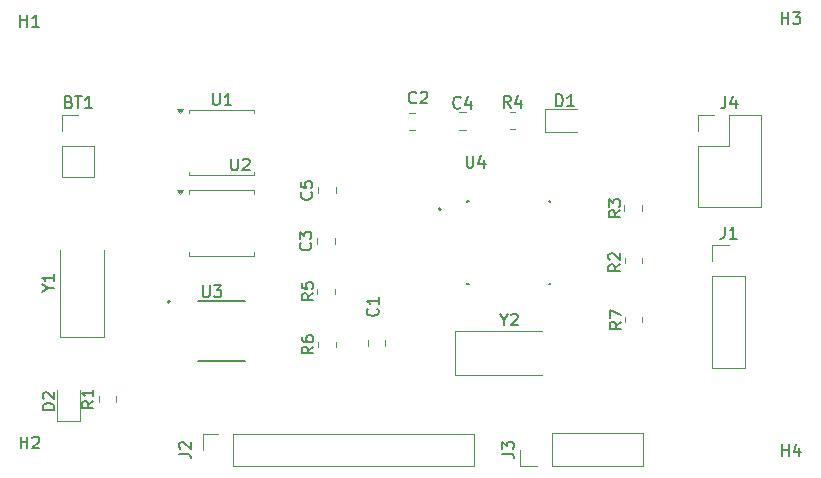
<source format=gbr>
%TF.GenerationSoftware,KiCad,Pcbnew,9.0.2*%
%TF.CreationDate,2025-06-26T23:30:40+05:30*%
%TF.ProjectId,MCU data logger,4d435520-6461-4746-9120-6c6f67676572,VERSION 1*%
%TF.SameCoordinates,Original*%
%TF.FileFunction,Legend,Top*%
%TF.FilePolarity,Positive*%
%FSLAX46Y46*%
G04 Gerber Fmt 4.6, Leading zero omitted, Abs format (unit mm)*
G04 Created by KiCad (PCBNEW 9.0.2) date 2025-06-26 23:30:40*
%MOMM*%
%LPD*%
G01*
G04 APERTURE LIST*
%ADD10C,0.150000*%
%ADD11C,0.120000*%
%ADD12C,0.127000*%
%ADD13C,0.200000*%
G04 APERTURE END LIST*
D10*
X109764819Y-75425594D02*
X108764819Y-75425594D01*
X108764819Y-75425594D02*
X108764819Y-75187499D01*
X108764819Y-75187499D02*
X108812438Y-75044642D01*
X108812438Y-75044642D02*
X108907676Y-74949404D01*
X108907676Y-74949404D02*
X109002914Y-74901785D01*
X109002914Y-74901785D02*
X109193390Y-74854166D01*
X109193390Y-74854166D02*
X109336247Y-74854166D01*
X109336247Y-74854166D02*
X109526723Y-74901785D01*
X109526723Y-74901785D02*
X109621961Y-74949404D01*
X109621961Y-74949404D02*
X109717200Y-75044642D01*
X109717200Y-75044642D02*
X109764819Y-75187499D01*
X109764819Y-75187499D02*
X109764819Y-75425594D01*
X108860057Y-74473213D02*
X108812438Y-74425594D01*
X108812438Y-74425594D02*
X108764819Y-74330356D01*
X108764819Y-74330356D02*
X108764819Y-74092261D01*
X108764819Y-74092261D02*
X108812438Y-73997023D01*
X108812438Y-73997023D02*
X108860057Y-73949404D01*
X108860057Y-73949404D02*
X108955295Y-73901785D01*
X108955295Y-73901785D02*
X109050533Y-73901785D01*
X109050533Y-73901785D02*
X109193390Y-73949404D01*
X109193390Y-73949404D02*
X109764819Y-74520832D01*
X109764819Y-74520832D02*
X109764819Y-73901785D01*
X123178095Y-48594819D02*
X123178095Y-49404342D01*
X123178095Y-49404342D02*
X123225714Y-49499580D01*
X123225714Y-49499580D02*
X123273333Y-49547200D01*
X123273333Y-49547200D02*
X123368571Y-49594819D01*
X123368571Y-49594819D02*
X123559047Y-49594819D01*
X123559047Y-49594819D02*
X123654285Y-49547200D01*
X123654285Y-49547200D02*
X123701904Y-49499580D01*
X123701904Y-49499580D02*
X123749523Y-49404342D01*
X123749523Y-49404342D02*
X123749523Y-48594819D01*
X124749523Y-49594819D02*
X124178095Y-49594819D01*
X124463809Y-49594819D02*
X124463809Y-48594819D01*
X124463809Y-48594819D02*
X124368571Y-48737676D01*
X124368571Y-48737676D02*
X124273333Y-48832914D01*
X124273333Y-48832914D02*
X124178095Y-48880533D01*
X122326195Y-64864819D02*
X122326195Y-65674342D01*
X122326195Y-65674342D02*
X122373814Y-65769580D01*
X122373814Y-65769580D02*
X122421433Y-65817200D01*
X122421433Y-65817200D02*
X122516671Y-65864819D01*
X122516671Y-65864819D02*
X122707147Y-65864819D01*
X122707147Y-65864819D02*
X122802385Y-65817200D01*
X122802385Y-65817200D02*
X122850004Y-65769580D01*
X122850004Y-65769580D02*
X122897623Y-65674342D01*
X122897623Y-65674342D02*
X122897623Y-64864819D01*
X123278576Y-64864819D02*
X123897623Y-64864819D01*
X123897623Y-64864819D02*
X123564290Y-65245771D01*
X123564290Y-65245771D02*
X123707147Y-65245771D01*
X123707147Y-65245771D02*
X123802385Y-65293390D01*
X123802385Y-65293390D02*
X123850004Y-65341009D01*
X123850004Y-65341009D02*
X123897623Y-65436247D01*
X123897623Y-65436247D02*
X123897623Y-65674342D01*
X123897623Y-65674342D02*
X123850004Y-65769580D01*
X123850004Y-65769580D02*
X123802385Y-65817200D01*
X123802385Y-65817200D02*
X123707147Y-65864819D01*
X123707147Y-65864819D02*
X123421433Y-65864819D01*
X123421433Y-65864819D02*
X123326195Y-65817200D01*
X123326195Y-65817200D02*
X123278576Y-65769580D01*
X124718095Y-54134819D02*
X124718095Y-54944342D01*
X124718095Y-54944342D02*
X124765714Y-55039580D01*
X124765714Y-55039580D02*
X124813333Y-55087200D01*
X124813333Y-55087200D02*
X124908571Y-55134819D01*
X124908571Y-55134819D02*
X125099047Y-55134819D01*
X125099047Y-55134819D02*
X125194285Y-55087200D01*
X125194285Y-55087200D02*
X125241904Y-55039580D01*
X125241904Y-55039580D02*
X125289523Y-54944342D01*
X125289523Y-54944342D02*
X125289523Y-54134819D01*
X125718095Y-54230057D02*
X125765714Y-54182438D01*
X125765714Y-54182438D02*
X125860952Y-54134819D01*
X125860952Y-54134819D02*
X126099047Y-54134819D01*
X126099047Y-54134819D02*
X126194285Y-54182438D01*
X126194285Y-54182438D02*
X126241904Y-54230057D01*
X126241904Y-54230057D02*
X126289523Y-54325295D01*
X126289523Y-54325295D02*
X126289523Y-54420533D01*
X126289523Y-54420533D02*
X126241904Y-54563390D01*
X126241904Y-54563390D02*
X125670476Y-55134819D01*
X125670476Y-55134819D02*
X126289523Y-55134819D01*
X147674819Y-79103333D02*
X148389104Y-79103333D01*
X148389104Y-79103333D02*
X148531961Y-79150952D01*
X148531961Y-79150952D02*
X148627200Y-79246190D01*
X148627200Y-79246190D02*
X148674819Y-79389047D01*
X148674819Y-79389047D02*
X148674819Y-79484285D01*
X147674819Y-78722380D02*
X147674819Y-78103333D01*
X147674819Y-78103333D02*
X148055771Y-78436666D01*
X148055771Y-78436666D02*
X148055771Y-78293809D01*
X148055771Y-78293809D02*
X148103390Y-78198571D01*
X148103390Y-78198571D02*
X148151009Y-78150952D01*
X148151009Y-78150952D02*
X148246247Y-78103333D01*
X148246247Y-78103333D02*
X148484342Y-78103333D01*
X148484342Y-78103333D02*
X148579580Y-78150952D01*
X148579580Y-78150952D02*
X148627200Y-78198571D01*
X148627200Y-78198571D02*
X148674819Y-78293809D01*
X148674819Y-78293809D02*
X148674819Y-78579523D01*
X148674819Y-78579523D02*
X148627200Y-78674761D01*
X148627200Y-78674761D02*
X148579580Y-78722380D01*
X137109580Y-66829166D02*
X137157200Y-66876785D01*
X137157200Y-66876785D02*
X137204819Y-67019642D01*
X137204819Y-67019642D02*
X137204819Y-67114880D01*
X137204819Y-67114880D02*
X137157200Y-67257737D01*
X137157200Y-67257737D02*
X137061961Y-67352975D01*
X137061961Y-67352975D02*
X136966723Y-67400594D01*
X136966723Y-67400594D02*
X136776247Y-67448213D01*
X136776247Y-67448213D02*
X136633390Y-67448213D01*
X136633390Y-67448213D02*
X136442914Y-67400594D01*
X136442914Y-67400594D02*
X136347676Y-67352975D01*
X136347676Y-67352975D02*
X136252438Y-67257737D01*
X136252438Y-67257737D02*
X136204819Y-67114880D01*
X136204819Y-67114880D02*
X136204819Y-67019642D01*
X136204819Y-67019642D02*
X136252438Y-66876785D01*
X136252438Y-66876785D02*
X136300057Y-66829166D01*
X137204819Y-65876785D02*
X137204819Y-66448213D01*
X137204819Y-66162499D02*
X136204819Y-66162499D01*
X136204819Y-66162499D02*
X136347676Y-66257737D01*
X136347676Y-66257737D02*
X136442914Y-66352975D01*
X136442914Y-66352975D02*
X136490533Y-66448213D01*
X171348095Y-79314819D02*
X171348095Y-78314819D01*
X171348095Y-78791009D02*
X171919523Y-78791009D01*
X171919523Y-79314819D02*
X171919523Y-78314819D01*
X172824285Y-78648152D02*
X172824285Y-79314819D01*
X172586190Y-78267200D02*
X172348095Y-78981485D01*
X172348095Y-78981485D02*
X172967142Y-78981485D01*
X157685819Y-58526266D02*
X157209628Y-58859599D01*
X157685819Y-59097694D02*
X156685819Y-59097694D01*
X156685819Y-59097694D02*
X156685819Y-58716742D01*
X156685819Y-58716742D02*
X156733438Y-58621504D01*
X156733438Y-58621504D02*
X156781057Y-58573885D01*
X156781057Y-58573885D02*
X156876295Y-58526266D01*
X156876295Y-58526266D02*
X157019152Y-58526266D01*
X157019152Y-58526266D02*
X157114390Y-58573885D01*
X157114390Y-58573885D02*
X157162009Y-58621504D01*
X157162009Y-58621504D02*
X157209628Y-58716742D01*
X157209628Y-58716742D02*
X157209628Y-59097694D01*
X156685819Y-58192932D02*
X156685819Y-57573885D01*
X156685819Y-57573885D02*
X157066771Y-57907218D01*
X157066771Y-57907218D02*
X157066771Y-57764361D01*
X157066771Y-57764361D02*
X157114390Y-57669123D01*
X157114390Y-57669123D02*
X157162009Y-57621504D01*
X157162009Y-57621504D02*
X157257247Y-57573885D01*
X157257247Y-57573885D02*
X157495342Y-57573885D01*
X157495342Y-57573885D02*
X157590580Y-57621504D01*
X157590580Y-57621504D02*
X157638200Y-57669123D01*
X157638200Y-57669123D02*
X157685819Y-57764361D01*
X157685819Y-57764361D02*
X157685819Y-58050075D01*
X157685819Y-58050075D02*
X157638200Y-58145313D01*
X157638200Y-58145313D02*
X157590580Y-58192932D01*
X113066819Y-74653266D02*
X112590628Y-74986599D01*
X113066819Y-75224694D02*
X112066819Y-75224694D01*
X112066819Y-75224694D02*
X112066819Y-74843742D01*
X112066819Y-74843742D02*
X112114438Y-74748504D01*
X112114438Y-74748504D02*
X112162057Y-74700885D01*
X112162057Y-74700885D02*
X112257295Y-74653266D01*
X112257295Y-74653266D02*
X112400152Y-74653266D01*
X112400152Y-74653266D02*
X112495390Y-74700885D01*
X112495390Y-74700885D02*
X112543009Y-74748504D01*
X112543009Y-74748504D02*
X112590628Y-74843742D01*
X112590628Y-74843742D02*
X112590628Y-75224694D01*
X113066819Y-73700885D02*
X113066819Y-74272313D01*
X113066819Y-73986599D02*
X112066819Y-73986599D01*
X112066819Y-73986599D02*
X112209676Y-74081837D01*
X112209676Y-74081837D02*
X112304914Y-74177075D01*
X112304914Y-74177075D02*
X112352533Y-74272313D01*
X171328095Y-42724819D02*
X171328095Y-41724819D01*
X171328095Y-42201009D02*
X171899523Y-42201009D01*
X171899523Y-42724819D02*
X171899523Y-41724819D01*
X172280476Y-41724819D02*
X172899523Y-41724819D01*
X172899523Y-41724819D02*
X172566190Y-42105771D01*
X172566190Y-42105771D02*
X172709047Y-42105771D01*
X172709047Y-42105771D02*
X172804285Y-42153390D01*
X172804285Y-42153390D02*
X172851904Y-42201009D01*
X172851904Y-42201009D02*
X172899523Y-42296247D01*
X172899523Y-42296247D02*
X172899523Y-42534342D01*
X172899523Y-42534342D02*
X172851904Y-42629580D01*
X172851904Y-42629580D02*
X172804285Y-42677200D01*
X172804285Y-42677200D02*
X172709047Y-42724819D01*
X172709047Y-42724819D02*
X172423333Y-42724819D01*
X172423333Y-42724819D02*
X172328095Y-42677200D01*
X172328095Y-42677200D02*
X172280476Y-42629580D01*
X106888095Y-42954819D02*
X106888095Y-41954819D01*
X106888095Y-42431009D02*
X107459523Y-42431009D01*
X107459523Y-42954819D02*
X107459523Y-41954819D01*
X108459523Y-42954819D02*
X107888095Y-42954819D01*
X108173809Y-42954819D02*
X108173809Y-41954819D01*
X108173809Y-41954819D02*
X108078571Y-42097676D01*
X108078571Y-42097676D02*
X107983333Y-42192914D01*
X107983333Y-42192914D02*
X107888095Y-42240533D01*
X157671619Y-63088666D02*
X157195428Y-63421999D01*
X157671619Y-63660094D02*
X156671619Y-63660094D01*
X156671619Y-63660094D02*
X156671619Y-63279142D01*
X156671619Y-63279142D02*
X156719238Y-63183904D01*
X156719238Y-63183904D02*
X156766857Y-63136285D01*
X156766857Y-63136285D02*
X156862095Y-63088666D01*
X156862095Y-63088666D02*
X157004952Y-63088666D01*
X157004952Y-63088666D02*
X157100190Y-63136285D01*
X157100190Y-63136285D02*
X157147809Y-63183904D01*
X157147809Y-63183904D02*
X157195428Y-63279142D01*
X157195428Y-63279142D02*
X157195428Y-63660094D01*
X156766857Y-62707713D02*
X156719238Y-62660094D01*
X156719238Y-62660094D02*
X156671619Y-62564856D01*
X156671619Y-62564856D02*
X156671619Y-62326761D01*
X156671619Y-62326761D02*
X156719238Y-62231523D01*
X156719238Y-62231523D02*
X156766857Y-62183904D01*
X156766857Y-62183904D02*
X156862095Y-62136285D01*
X156862095Y-62136285D02*
X156957333Y-62136285D01*
X156957333Y-62136285D02*
X157100190Y-62183904D01*
X157100190Y-62183904D02*
X157671619Y-62755332D01*
X157671619Y-62755332D02*
X157671619Y-62136285D01*
X166566666Y-48864819D02*
X166566666Y-49579104D01*
X166566666Y-49579104D02*
X166519047Y-49721961D01*
X166519047Y-49721961D02*
X166423809Y-49817200D01*
X166423809Y-49817200D02*
X166280952Y-49864819D01*
X166280952Y-49864819D02*
X166185714Y-49864819D01*
X167471428Y-49198152D02*
X167471428Y-49864819D01*
X167233333Y-48817200D02*
X166995238Y-49531485D01*
X166995238Y-49531485D02*
X167614285Y-49531485D01*
X148385833Y-49815619D02*
X148052500Y-49339428D01*
X147814405Y-49815619D02*
X147814405Y-48815619D01*
X147814405Y-48815619D02*
X148195357Y-48815619D01*
X148195357Y-48815619D02*
X148290595Y-48863238D01*
X148290595Y-48863238D02*
X148338214Y-48910857D01*
X148338214Y-48910857D02*
X148385833Y-49006095D01*
X148385833Y-49006095D02*
X148385833Y-49148952D01*
X148385833Y-49148952D02*
X148338214Y-49244190D01*
X148338214Y-49244190D02*
X148290595Y-49291809D01*
X148290595Y-49291809D02*
X148195357Y-49339428D01*
X148195357Y-49339428D02*
X147814405Y-49339428D01*
X149242976Y-49148952D02*
X149242976Y-49815619D01*
X149004881Y-48768000D02*
X148766786Y-49482285D01*
X148766786Y-49482285D02*
X149385833Y-49482285D01*
X140399033Y-49363980D02*
X140351414Y-49411600D01*
X140351414Y-49411600D02*
X140208557Y-49459219D01*
X140208557Y-49459219D02*
X140113319Y-49459219D01*
X140113319Y-49459219D02*
X139970462Y-49411600D01*
X139970462Y-49411600D02*
X139875224Y-49316361D01*
X139875224Y-49316361D02*
X139827605Y-49221123D01*
X139827605Y-49221123D02*
X139779986Y-49030647D01*
X139779986Y-49030647D02*
X139779986Y-48887790D01*
X139779986Y-48887790D02*
X139827605Y-48697314D01*
X139827605Y-48697314D02*
X139875224Y-48602076D01*
X139875224Y-48602076D02*
X139970462Y-48506838D01*
X139970462Y-48506838D02*
X140113319Y-48459219D01*
X140113319Y-48459219D02*
X140208557Y-48459219D01*
X140208557Y-48459219D02*
X140351414Y-48506838D01*
X140351414Y-48506838D02*
X140399033Y-48554457D01*
X140779986Y-48554457D02*
X140827605Y-48506838D01*
X140827605Y-48506838D02*
X140922843Y-48459219D01*
X140922843Y-48459219D02*
X141160938Y-48459219D01*
X141160938Y-48459219D02*
X141256176Y-48506838D01*
X141256176Y-48506838D02*
X141303795Y-48554457D01*
X141303795Y-48554457D02*
X141351414Y-48649695D01*
X141351414Y-48649695D02*
X141351414Y-48744933D01*
X141351414Y-48744933D02*
X141303795Y-48887790D01*
X141303795Y-48887790D02*
X140732367Y-49459219D01*
X140732367Y-49459219D02*
X141351414Y-49459219D01*
X131509580Y-56976666D02*
X131557200Y-57024285D01*
X131557200Y-57024285D02*
X131604819Y-57167142D01*
X131604819Y-57167142D02*
X131604819Y-57262380D01*
X131604819Y-57262380D02*
X131557200Y-57405237D01*
X131557200Y-57405237D02*
X131461961Y-57500475D01*
X131461961Y-57500475D02*
X131366723Y-57548094D01*
X131366723Y-57548094D02*
X131176247Y-57595713D01*
X131176247Y-57595713D02*
X131033390Y-57595713D01*
X131033390Y-57595713D02*
X130842914Y-57548094D01*
X130842914Y-57548094D02*
X130747676Y-57500475D01*
X130747676Y-57500475D02*
X130652438Y-57405237D01*
X130652438Y-57405237D02*
X130604819Y-57262380D01*
X130604819Y-57262380D02*
X130604819Y-57167142D01*
X130604819Y-57167142D02*
X130652438Y-57024285D01*
X130652438Y-57024285D02*
X130700057Y-56976666D01*
X130604819Y-56071904D02*
X130604819Y-56548094D01*
X130604819Y-56548094D02*
X131081009Y-56595713D01*
X131081009Y-56595713D02*
X131033390Y-56548094D01*
X131033390Y-56548094D02*
X130985771Y-56452856D01*
X130985771Y-56452856D02*
X130985771Y-56214761D01*
X130985771Y-56214761D02*
X131033390Y-56119523D01*
X131033390Y-56119523D02*
X131081009Y-56071904D01*
X131081009Y-56071904D02*
X131176247Y-56024285D01*
X131176247Y-56024285D02*
X131414342Y-56024285D01*
X131414342Y-56024285D02*
X131509580Y-56071904D01*
X131509580Y-56071904D02*
X131557200Y-56119523D01*
X131557200Y-56119523D02*
X131604819Y-56214761D01*
X131604819Y-56214761D02*
X131604819Y-56452856D01*
X131604819Y-56452856D02*
X131557200Y-56548094D01*
X131557200Y-56548094D02*
X131509580Y-56595713D01*
X131429580Y-61266666D02*
X131477200Y-61314285D01*
X131477200Y-61314285D02*
X131524819Y-61457142D01*
X131524819Y-61457142D02*
X131524819Y-61552380D01*
X131524819Y-61552380D02*
X131477200Y-61695237D01*
X131477200Y-61695237D02*
X131381961Y-61790475D01*
X131381961Y-61790475D02*
X131286723Y-61838094D01*
X131286723Y-61838094D02*
X131096247Y-61885713D01*
X131096247Y-61885713D02*
X130953390Y-61885713D01*
X130953390Y-61885713D02*
X130762914Y-61838094D01*
X130762914Y-61838094D02*
X130667676Y-61790475D01*
X130667676Y-61790475D02*
X130572438Y-61695237D01*
X130572438Y-61695237D02*
X130524819Y-61552380D01*
X130524819Y-61552380D02*
X130524819Y-61457142D01*
X130524819Y-61457142D02*
X130572438Y-61314285D01*
X130572438Y-61314285D02*
X130620057Y-61266666D01*
X130524819Y-60933332D02*
X130524819Y-60314285D01*
X130524819Y-60314285D02*
X130905771Y-60647618D01*
X130905771Y-60647618D02*
X130905771Y-60504761D01*
X130905771Y-60504761D02*
X130953390Y-60409523D01*
X130953390Y-60409523D02*
X131001009Y-60361904D01*
X131001009Y-60361904D02*
X131096247Y-60314285D01*
X131096247Y-60314285D02*
X131334342Y-60314285D01*
X131334342Y-60314285D02*
X131429580Y-60361904D01*
X131429580Y-60361904D02*
X131477200Y-60409523D01*
X131477200Y-60409523D02*
X131524819Y-60504761D01*
X131524819Y-60504761D02*
X131524819Y-60790475D01*
X131524819Y-60790475D02*
X131477200Y-60885713D01*
X131477200Y-60885713D02*
X131429580Y-60933332D01*
X157768619Y-67946666D02*
X157292428Y-68279999D01*
X157768619Y-68518094D02*
X156768619Y-68518094D01*
X156768619Y-68518094D02*
X156768619Y-68137142D01*
X156768619Y-68137142D02*
X156816238Y-68041904D01*
X156816238Y-68041904D02*
X156863857Y-67994285D01*
X156863857Y-67994285D02*
X156959095Y-67946666D01*
X156959095Y-67946666D02*
X157101952Y-67946666D01*
X157101952Y-67946666D02*
X157197190Y-67994285D01*
X157197190Y-67994285D02*
X157244809Y-68041904D01*
X157244809Y-68041904D02*
X157292428Y-68137142D01*
X157292428Y-68137142D02*
X157292428Y-68518094D01*
X156768619Y-67613332D02*
X156768619Y-66946666D01*
X156768619Y-66946666D02*
X157768619Y-67375237D01*
X144663095Y-53894819D02*
X144663095Y-54704342D01*
X144663095Y-54704342D02*
X144710714Y-54799580D01*
X144710714Y-54799580D02*
X144758333Y-54847200D01*
X144758333Y-54847200D02*
X144853571Y-54894819D01*
X144853571Y-54894819D02*
X145044047Y-54894819D01*
X145044047Y-54894819D02*
X145139285Y-54847200D01*
X145139285Y-54847200D02*
X145186904Y-54799580D01*
X145186904Y-54799580D02*
X145234523Y-54704342D01*
X145234523Y-54704342D02*
X145234523Y-53894819D01*
X146139285Y-54228152D02*
X146139285Y-54894819D01*
X145901190Y-53847200D02*
X145663095Y-54561485D01*
X145663095Y-54561485D02*
X146282142Y-54561485D01*
X152231905Y-49704819D02*
X152231905Y-48704819D01*
X152231905Y-48704819D02*
X152470000Y-48704819D01*
X152470000Y-48704819D02*
X152612857Y-48752438D01*
X152612857Y-48752438D02*
X152708095Y-48847676D01*
X152708095Y-48847676D02*
X152755714Y-48942914D01*
X152755714Y-48942914D02*
X152803333Y-49133390D01*
X152803333Y-49133390D02*
X152803333Y-49276247D01*
X152803333Y-49276247D02*
X152755714Y-49466723D01*
X152755714Y-49466723D02*
X152708095Y-49561961D01*
X152708095Y-49561961D02*
X152612857Y-49657200D01*
X152612857Y-49657200D02*
X152470000Y-49704819D01*
X152470000Y-49704819D02*
X152231905Y-49704819D01*
X153755714Y-49704819D02*
X153184286Y-49704819D01*
X153470000Y-49704819D02*
X153470000Y-48704819D01*
X153470000Y-48704819D02*
X153374762Y-48847676D01*
X153374762Y-48847676D02*
X153279524Y-48942914D01*
X153279524Y-48942914D02*
X153184286Y-48990533D01*
X110984285Y-49336009D02*
X111127142Y-49383628D01*
X111127142Y-49383628D02*
X111174761Y-49431247D01*
X111174761Y-49431247D02*
X111222380Y-49526485D01*
X111222380Y-49526485D02*
X111222380Y-49669342D01*
X111222380Y-49669342D02*
X111174761Y-49764580D01*
X111174761Y-49764580D02*
X111127142Y-49812200D01*
X111127142Y-49812200D02*
X111031904Y-49859819D01*
X111031904Y-49859819D02*
X110650952Y-49859819D01*
X110650952Y-49859819D02*
X110650952Y-48859819D01*
X110650952Y-48859819D02*
X110984285Y-48859819D01*
X110984285Y-48859819D02*
X111079523Y-48907438D01*
X111079523Y-48907438D02*
X111127142Y-48955057D01*
X111127142Y-48955057D02*
X111174761Y-49050295D01*
X111174761Y-49050295D02*
X111174761Y-49145533D01*
X111174761Y-49145533D02*
X111127142Y-49240771D01*
X111127142Y-49240771D02*
X111079523Y-49288390D01*
X111079523Y-49288390D02*
X110984285Y-49336009D01*
X110984285Y-49336009D02*
X110650952Y-49336009D01*
X111508095Y-48859819D02*
X112079523Y-48859819D01*
X111793809Y-49859819D02*
X111793809Y-48859819D01*
X112936666Y-49859819D02*
X112365238Y-49859819D01*
X112650952Y-49859819D02*
X112650952Y-48859819D01*
X112650952Y-48859819D02*
X112555714Y-49002676D01*
X112555714Y-49002676D02*
X112460476Y-49097914D01*
X112460476Y-49097914D02*
X112365238Y-49145533D01*
X131684819Y-65536666D02*
X131208628Y-65869999D01*
X131684819Y-66108094D02*
X130684819Y-66108094D01*
X130684819Y-66108094D02*
X130684819Y-65727142D01*
X130684819Y-65727142D02*
X130732438Y-65631904D01*
X130732438Y-65631904D02*
X130780057Y-65584285D01*
X130780057Y-65584285D02*
X130875295Y-65536666D01*
X130875295Y-65536666D02*
X131018152Y-65536666D01*
X131018152Y-65536666D02*
X131113390Y-65584285D01*
X131113390Y-65584285D02*
X131161009Y-65631904D01*
X131161009Y-65631904D02*
X131208628Y-65727142D01*
X131208628Y-65727142D02*
X131208628Y-66108094D01*
X130684819Y-64631904D02*
X130684819Y-65108094D01*
X130684819Y-65108094D02*
X131161009Y-65155713D01*
X131161009Y-65155713D02*
X131113390Y-65108094D01*
X131113390Y-65108094D02*
X131065771Y-65012856D01*
X131065771Y-65012856D02*
X131065771Y-64774761D01*
X131065771Y-64774761D02*
X131113390Y-64679523D01*
X131113390Y-64679523D02*
X131161009Y-64631904D01*
X131161009Y-64631904D02*
X131256247Y-64584285D01*
X131256247Y-64584285D02*
X131494342Y-64584285D01*
X131494342Y-64584285D02*
X131589580Y-64631904D01*
X131589580Y-64631904D02*
X131637200Y-64679523D01*
X131637200Y-64679523D02*
X131684819Y-64774761D01*
X131684819Y-64774761D02*
X131684819Y-65012856D01*
X131684819Y-65012856D02*
X131637200Y-65108094D01*
X131637200Y-65108094D02*
X131589580Y-65155713D01*
X166516666Y-59904819D02*
X166516666Y-60619104D01*
X166516666Y-60619104D02*
X166469047Y-60761961D01*
X166469047Y-60761961D02*
X166373809Y-60857200D01*
X166373809Y-60857200D02*
X166230952Y-60904819D01*
X166230952Y-60904819D02*
X166135714Y-60904819D01*
X167516666Y-60904819D02*
X166945238Y-60904819D01*
X167230952Y-60904819D02*
X167230952Y-59904819D01*
X167230952Y-59904819D02*
X167135714Y-60047676D01*
X167135714Y-60047676D02*
X167040476Y-60142914D01*
X167040476Y-60142914D02*
X166945238Y-60190533D01*
X144145833Y-49799580D02*
X144098214Y-49847200D01*
X144098214Y-49847200D02*
X143955357Y-49894819D01*
X143955357Y-49894819D02*
X143860119Y-49894819D01*
X143860119Y-49894819D02*
X143717262Y-49847200D01*
X143717262Y-49847200D02*
X143622024Y-49751961D01*
X143622024Y-49751961D02*
X143574405Y-49656723D01*
X143574405Y-49656723D02*
X143526786Y-49466247D01*
X143526786Y-49466247D02*
X143526786Y-49323390D01*
X143526786Y-49323390D02*
X143574405Y-49132914D01*
X143574405Y-49132914D02*
X143622024Y-49037676D01*
X143622024Y-49037676D02*
X143717262Y-48942438D01*
X143717262Y-48942438D02*
X143860119Y-48894819D01*
X143860119Y-48894819D02*
X143955357Y-48894819D01*
X143955357Y-48894819D02*
X144098214Y-48942438D01*
X144098214Y-48942438D02*
X144145833Y-48990057D01*
X145002976Y-49228152D02*
X145002976Y-49894819D01*
X144764881Y-48847200D02*
X144526786Y-49561485D01*
X144526786Y-49561485D02*
X145145833Y-49561485D01*
X131694819Y-70059166D02*
X131218628Y-70392499D01*
X131694819Y-70630594D02*
X130694819Y-70630594D01*
X130694819Y-70630594D02*
X130694819Y-70249642D01*
X130694819Y-70249642D02*
X130742438Y-70154404D01*
X130742438Y-70154404D02*
X130790057Y-70106785D01*
X130790057Y-70106785D02*
X130885295Y-70059166D01*
X130885295Y-70059166D02*
X131028152Y-70059166D01*
X131028152Y-70059166D02*
X131123390Y-70106785D01*
X131123390Y-70106785D02*
X131171009Y-70154404D01*
X131171009Y-70154404D02*
X131218628Y-70249642D01*
X131218628Y-70249642D02*
X131218628Y-70630594D01*
X130694819Y-69202023D02*
X130694819Y-69392499D01*
X130694819Y-69392499D02*
X130742438Y-69487737D01*
X130742438Y-69487737D02*
X130790057Y-69535356D01*
X130790057Y-69535356D02*
X130932914Y-69630594D01*
X130932914Y-69630594D02*
X131123390Y-69678213D01*
X131123390Y-69678213D02*
X131504342Y-69678213D01*
X131504342Y-69678213D02*
X131599580Y-69630594D01*
X131599580Y-69630594D02*
X131647200Y-69582975D01*
X131647200Y-69582975D02*
X131694819Y-69487737D01*
X131694819Y-69487737D02*
X131694819Y-69297261D01*
X131694819Y-69297261D02*
X131647200Y-69202023D01*
X131647200Y-69202023D02*
X131599580Y-69154404D01*
X131599580Y-69154404D02*
X131504342Y-69106785D01*
X131504342Y-69106785D02*
X131266247Y-69106785D01*
X131266247Y-69106785D02*
X131171009Y-69154404D01*
X131171009Y-69154404D02*
X131123390Y-69202023D01*
X131123390Y-69202023D02*
X131075771Y-69297261D01*
X131075771Y-69297261D02*
X131075771Y-69487737D01*
X131075771Y-69487737D02*
X131123390Y-69582975D01*
X131123390Y-69582975D02*
X131171009Y-69630594D01*
X131171009Y-69630594D02*
X131266247Y-69678213D01*
X109238628Y-65116190D02*
X109714819Y-65116190D01*
X108714819Y-65449523D02*
X109238628Y-65116190D01*
X109238628Y-65116190D02*
X108714819Y-64782857D01*
X109714819Y-63925714D02*
X109714819Y-64497142D01*
X109714819Y-64211428D02*
X108714819Y-64211428D01*
X108714819Y-64211428D02*
X108857676Y-64306666D01*
X108857676Y-64306666D02*
X108952914Y-64401904D01*
X108952914Y-64401904D02*
X109000533Y-64497142D01*
X120324819Y-79133333D02*
X121039104Y-79133333D01*
X121039104Y-79133333D02*
X121181961Y-79180952D01*
X121181961Y-79180952D02*
X121277200Y-79276190D01*
X121277200Y-79276190D02*
X121324819Y-79419047D01*
X121324819Y-79419047D02*
X121324819Y-79514285D01*
X120420057Y-78704761D02*
X120372438Y-78657142D01*
X120372438Y-78657142D02*
X120324819Y-78561904D01*
X120324819Y-78561904D02*
X120324819Y-78323809D01*
X120324819Y-78323809D02*
X120372438Y-78228571D01*
X120372438Y-78228571D02*
X120420057Y-78180952D01*
X120420057Y-78180952D02*
X120515295Y-78133333D01*
X120515295Y-78133333D02*
X120610533Y-78133333D01*
X120610533Y-78133333D02*
X120753390Y-78180952D01*
X120753390Y-78180952D02*
X121324819Y-78752380D01*
X121324819Y-78752380D02*
X121324819Y-78133333D01*
X106908095Y-78664819D02*
X106908095Y-77664819D01*
X106908095Y-78141009D02*
X107479523Y-78141009D01*
X107479523Y-78664819D02*
X107479523Y-77664819D01*
X107908095Y-77760057D02*
X107955714Y-77712438D01*
X107955714Y-77712438D02*
X108050952Y-77664819D01*
X108050952Y-77664819D02*
X108289047Y-77664819D01*
X108289047Y-77664819D02*
X108384285Y-77712438D01*
X108384285Y-77712438D02*
X108431904Y-77760057D01*
X108431904Y-77760057D02*
X108479523Y-77855295D01*
X108479523Y-77855295D02*
X108479523Y-77950533D01*
X108479523Y-77950533D02*
X108431904Y-78093390D01*
X108431904Y-78093390D02*
X107860476Y-78664819D01*
X107860476Y-78664819D02*
X108479523Y-78664819D01*
X147813809Y-67778628D02*
X147813809Y-68254819D01*
X147480476Y-67254819D02*
X147813809Y-67778628D01*
X147813809Y-67778628D02*
X148147142Y-67254819D01*
X148432857Y-67350057D02*
X148480476Y-67302438D01*
X148480476Y-67302438D02*
X148575714Y-67254819D01*
X148575714Y-67254819D02*
X148813809Y-67254819D01*
X148813809Y-67254819D02*
X148909047Y-67302438D01*
X148909047Y-67302438D02*
X148956666Y-67350057D01*
X148956666Y-67350057D02*
X149004285Y-67445295D01*
X149004285Y-67445295D02*
X149004285Y-67540533D01*
X149004285Y-67540533D02*
X148956666Y-67683390D01*
X148956666Y-67683390D02*
X148385238Y-68254819D01*
X148385238Y-68254819D02*
X149004285Y-68254819D01*
D11*
%TO.C,D2*%
X110000000Y-73687500D02*
X110000000Y-76372500D01*
X110000000Y-76372500D02*
X111920000Y-76372500D01*
X111920000Y-76372500D02*
X111920000Y-73687500D01*
%TO.C,U1*%
X121180000Y-49980000D02*
X121180000Y-50250000D01*
X121180000Y-55500000D02*
X121180000Y-55230000D01*
X123940000Y-49980000D02*
X121180000Y-49980000D01*
X123940000Y-49980000D02*
X126700000Y-49980000D01*
X123940000Y-55500000D02*
X121180000Y-55500000D01*
X123940000Y-55500000D02*
X126700000Y-55500000D01*
X126700000Y-49980000D02*
X126700000Y-50250000D01*
X126700000Y-55500000D02*
X126700000Y-55230000D01*
X120415000Y-50250000D02*
X120175000Y-49920000D01*
X120655000Y-49920000D01*
X120415000Y-50250000D01*
G36*
X120415000Y-50250000D02*
G01*
X120175000Y-49920000D01*
X120655000Y-49920000D01*
X120415000Y-50250000D01*
G37*
D12*
%TO.C,U3*%
X121883100Y-66222000D02*
X125883100Y-66222000D01*
X121883100Y-71262000D02*
X125883100Y-71262000D01*
D13*
X119538100Y-66247000D02*
G75*
G02*
X119338100Y-66247000I-100000J0D01*
G01*
X119338100Y-66247000D02*
G75*
G02*
X119538100Y-66247000I100000J0D01*
G01*
D11*
%TO.C,U2*%
X121180000Y-56830000D02*
X121180000Y-57100000D01*
X121180000Y-62350000D02*
X121180000Y-62080000D01*
X123940000Y-56830000D02*
X121180000Y-56830000D01*
X123940000Y-56830000D02*
X126700000Y-56830000D01*
X123940000Y-62350000D02*
X121180000Y-62350000D01*
X123940000Y-62350000D02*
X126700000Y-62350000D01*
X126700000Y-56830000D02*
X126700000Y-57100000D01*
X126700000Y-62350000D02*
X126700000Y-62080000D01*
X120415000Y-57100000D02*
X120175000Y-56770000D01*
X120655000Y-56770000D01*
X120415000Y-57100000D01*
G36*
X120415000Y-57100000D02*
G01*
X120175000Y-56770000D01*
X120655000Y-56770000D01*
X120415000Y-57100000D01*
G37*
%TO.C,J3*%
X149220000Y-80150000D02*
X149220000Y-78770000D01*
X150600000Y-80150000D02*
X149220000Y-80150000D01*
X151870000Y-77390000D02*
X159600000Y-77390000D01*
X151870000Y-80150000D02*
X151870000Y-77390000D01*
X151870000Y-80150000D02*
X159600000Y-80150000D01*
X159600000Y-80150000D02*
X159600000Y-77390000D01*
%TO.C,C1*%
X136325000Y-69991252D02*
X136325000Y-69468748D01*
X137795000Y-69991252D02*
X137795000Y-69468748D01*
%TO.C,R3*%
X158015000Y-58537064D02*
X158015000Y-58082936D01*
X159485000Y-58537064D02*
X159485000Y-58082936D01*
%TO.C,R1*%
X113527000Y-74713664D02*
X113527000Y-74259536D01*
X114997000Y-74713664D02*
X114997000Y-74259536D01*
%TO.C,R2*%
X158035000Y-62967064D02*
X158035000Y-62512936D01*
X159505000Y-62967064D02*
X159505000Y-62512936D01*
%TO.C,J4*%
X164250000Y-50410000D02*
X165630000Y-50410000D01*
X164250000Y-51790000D02*
X164250000Y-50410000D01*
X164250000Y-53060000D02*
X164250000Y-58250000D01*
X164250000Y-53060000D02*
X166900000Y-53060000D01*
X164250000Y-58250000D02*
X169550000Y-58250000D01*
X166900000Y-50410000D02*
X169550000Y-50410000D01*
X166900000Y-53060000D02*
X166900000Y-50410000D01*
X169550000Y-50410000D02*
X169550000Y-58250000D01*
%TO.C,R4*%
X148325436Y-50145000D02*
X148779564Y-50145000D01*
X148325436Y-51615000D02*
X148779564Y-51615000D01*
%TO.C,C2*%
X139781248Y-50265000D02*
X140303752Y-50265000D01*
X139781248Y-51735000D02*
X140303752Y-51735000D01*
%TO.C,C5*%
X132095000Y-57071252D02*
X132095000Y-56548748D01*
X133565000Y-57071252D02*
X133565000Y-56548748D01*
%TO.C,C3*%
X132015000Y-61361252D02*
X132015000Y-60838748D01*
X133485000Y-61361252D02*
X133485000Y-60838748D01*
%TO.C,R7*%
X158085000Y-68007064D02*
X158085000Y-67552936D01*
X159555000Y-68007064D02*
X159555000Y-67552936D01*
D12*
%TO.C,U4*%
X144720000Y-57730000D02*
X144720000Y-57835000D01*
X144720000Y-57730000D02*
X144825000Y-57730000D01*
X144720000Y-64730000D02*
X144720000Y-64625000D01*
X144720000Y-64730000D02*
X144825000Y-64730000D01*
X151720000Y-57730000D02*
X151615000Y-57730000D01*
X151720000Y-57730000D02*
X151720000Y-57835000D01*
X151720000Y-64730000D02*
X151615000Y-64730000D01*
X151720000Y-64730000D02*
X151720000Y-64625000D01*
D13*
X142480000Y-58430000D02*
G75*
G02*
X142280000Y-58430000I-100000J0D01*
G01*
X142280000Y-58430000D02*
G75*
G02*
X142480000Y-58430000I100000J0D01*
G01*
D11*
%TO.C,D1*%
X151285000Y-49940000D02*
X151285000Y-51860000D01*
X151285000Y-51860000D02*
X153970000Y-51860000D01*
X153970000Y-49940000D02*
X151285000Y-49940000D01*
%TO.C,BT1*%
X110390000Y-50405000D02*
X111770000Y-50405000D01*
X110390000Y-51785000D02*
X110390000Y-50405000D01*
X110390000Y-53055000D02*
X110390000Y-55705000D01*
X110390000Y-53055000D02*
X113150000Y-53055000D01*
X110390000Y-55705000D02*
X113150000Y-55705000D01*
X113150000Y-53055000D02*
X113150000Y-55705000D01*
%TO.C,R5*%
X132015000Y-65597064D02*
X132015000Y-65142936D01*
X133485000Y-65597064D02*
X133485000Y-65142936D01*
%TO.C,J1*%
X165470000Y-61450000D02*
X166850000Y-61450000D01*
X165470000Y-62830000D02*
X165470000Y-61450000D01*
X165470000Y-64100000D02*
X165470000Y-71830000D01*
X165470000Y-64100000D02*
X168230000Y-64100000D01*
X165470000Y-71830000D02*
X168230000Y-71830000D01*
X168230000Y-64100000D02*
X168230000Y-71830000D01*
%TO.C,C4*%
X144051248Y-50205000D02*
X144573752Y-50205000D01*
X144051248Y-51675000D02*
X144573752Y-51675000D01*
%TO.C,R6*%
X132095000Y-70119564D02*
X132095000Y-69665436D01*
X133565000Y-70119564D02*
X133565000Y-69665436D01*
%TO.C,Y1*%
X110200000Y-61880000D02*
X110200000Y-69250000D01*
X110200000Y-69250000D02*
X113920000Y-69250000D01*
X113920000Y-69250000D02*
X113920000Y-61880000D01*
%TO.C,J2*%
X122310000Y-77470000D02*
X123640000Y-77470000D01*
X122310000Y-78800000D02*
X122310000Y-77470000D01*
X124910000Y-77470000D02*
X145290000Y-77470000D01*
X124910000Y-80130000D02*
X124910000Y-77470000D01*
X124910000Y-80130000D02*
X145290000Y-80130000D01*
X145290000Y-80130000D02*
X145290000Y-77470000D01*
%TO.C,Y2*%
X143680000Y-68740000D02*
X143680000Y-72460000D01*
X143680000Y-72460000D02*
X151050000Y-72460000D01*
X151050000Y-68740000D02*
X143680000Y-68740000D01*
%TD*%
M02*

</source>
